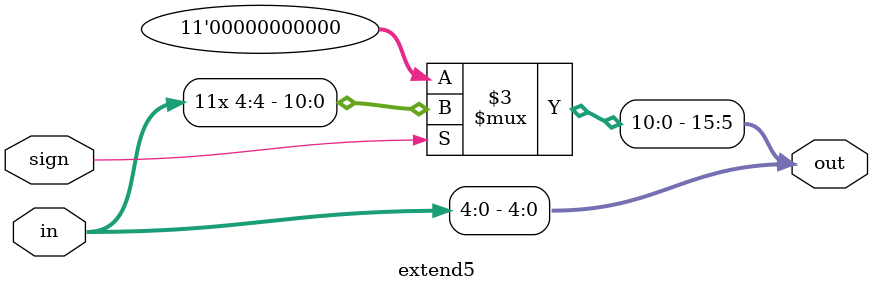
<source format=v>
module extend5(
    input wire [4:0] in,        // 5-bit input value
    input wire sign,            // Sign extension flag (1 for sign-extend, 0 for zero-extend)
    output reg [15:0] out       // 16-bit output value
);

always @* begin
    if (sign) begin
        // Sign extension: replicate the sign bit (in[4]) to extend the 5-bit value to 16 bits
        out[4:0] = in[4:0];         // Copy the 5-bit input to the lower part of the output
        out[15:5] = {11{in[4]}};    // Extend the sign bit (in[4]) to the upper part of the output
    end
    else begin
        // Zero extension: zero-extend the 5-bit input to 16 bits
        out[15:5] = 11'b0;          // Fill the upper 11 bits with zeros
        out[4:0] = in[4:0];         // Copy the 5-bit input to the lower part of the output
    end
end

endmodule

</source>
